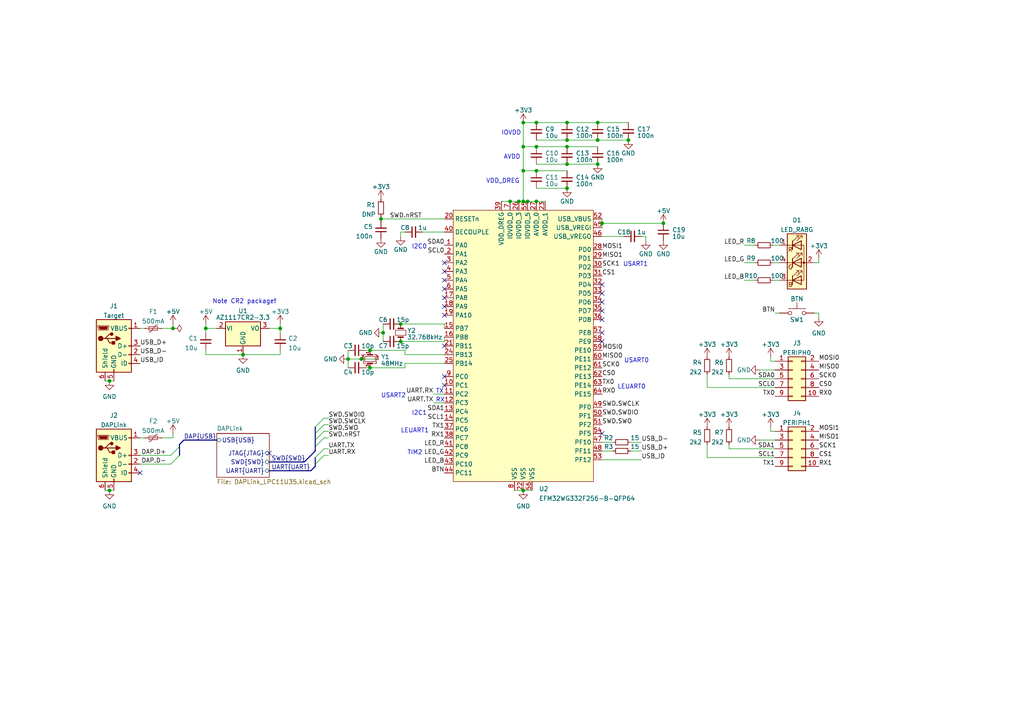
<source format=kicad_sch>
(kicad_sch (version 20230121) (generator eeschema)
  (paper "A4")
  (lib_symbols
    (symbol "Connector:USB_B_Micro" (pin_names (offset 1.016))
      (property "Reference" "J" (at -5.08 11.43 0))
      (property "Value" "USB_B_Micro" (at -5.08 8.89 0))
      (symbol "USB_B_Micro_0_1"
        (rectangle (start -5.08 -7.62) (end 5.08 7.62) (stroke (width 0.254)) (fill (type background)))
        (circle (center -3.81 2.159) (radius 0.635) (stroke (width 0.254)) (fill (type outline)))
        (circle (center -0.635 3.429) (radius 0.381) (stroke (width 0.254)) (fill (type outline)))
        (rectangle (start -0.127 -7.62) (end 0.127 -6.858))
        (polyline (pts (xy -1.905 2.159) (xy 0.635 2.159)) (stroke (width 0.254)))
        (polyline (pts (xy -3.175 2.159) (xy -2.54 2.159) (xy -1.27 3.429) (xy -0.635 3.429)) (stroke (width 0.254)))
        (polyline (pts (xy -2.54 2.159) (xy -1.905 2.159) (xy -1.27 0.889) (xy 0 0.889)) (stroke (width 0.254)))
        (polyline (pts (xy 0.635 2.794) (xy 0.635 1.524) (xy 1.905 2.159) (xy 0.635 2.794)) (stroke (width 0.254)) (fill (type outline)))
        (polyline (pts (xy -4.318 5.588) (xy -1.778 5.588) (xy -2.032 4.826) (xy -4.064 4.826) (xy -4.318 5.588)) (fill (type outline)))
        (polyline (pts (xy -4.699 5.842) (xy -4.699 5.588) (xy -4.445 4.826) (xy -4.445 4.572) (xy -1.651 4.572) (xy -1.651 4.826) (xy -1.397 5.588) (xy -1.397 5.842) (xy -4.699 5.842)))
        (rectangle (start 0.254 1.27) (end -0.508 0.508) (stroke (width 0.254)) (fill (type outline)))
        (rectangle (start 5.08 -5.207) (end 4.318 -4.953))
        (rectangle (start 5.08 -2.667) (end 4.318 -2.413))
        (rectangle (start 5.08 -0.127) (end 4.318 0.127))
        (rectangle (start 5.08 4.953) (end 4.318 5.207))
      )
      (symbol "USB_B_Micro_1_1"
        (pin power_out line (at 7.62 5.08 180) (length 2.54) (name "VBUS") (number "1"))
        (pin bidirectional line (at 7.62 -2.54 180) (length 2.54) (name "D-") (number "2"))
        (pin bidirectional line (at 7.62 0 180) (length 2.54) (name "D+") (number "3"))
        (pin passive line (at 7.62 -5.08 180) (length 2.54) (name "ID") (number "4"))
        (pin power_out line (at 0 -10.16 90) (length 2.54) (name "GND") (number "5"))
        (pin passive line (at -2.54 -10.16 90) (length 2.54) (name "Shield") (number "6"))
      )
    )
    (symbol "Connector_Generic:Conn_02x05_Odd_Even" (pin_names (offset 1.016) hide)
      (property "Reference" "J" (at 1.27 7.62 0))
      (property "Value" "Conn_02x05_Odd_Even" (at 1.27 -7.62 0))
      (symbol "Conn_02x05_Odd_Even_1_1"
        (rectangle (start -1.27 -4.953) (end 0 -5.207) (stroke (width 0.1524)))
        (rectangle (start -1.27 -2.413) (end 0 -2.667) (stroke (width 0.1524)))
        (rectangle (start -1.27 0.127) (end 0 -0.127) (stroke (width 0.1524)))
        (rectangle (start -1.27 2.667) (end 0 2.413) (stroke (width 0.1524)))
        (rectangle (start -1.27 5.207) (end 0 4.953) (stroke (width 0.1524)))
        (rectangle (start -1.27 6.35) (end 3.81 -6.35) (stroke (width 0.254)) (fill (type background)))
        (rectangle (start 3.81 -4.953) (end 2.54 -5.207) (stroke (width 0.1524)))
        (rectangle (start 3.81 -2.413) (end 2.54 -2.667) (stroke (width 0.1524)))
        (rectangle (start 3.81 0.127) (end 2.54 -0.127) (stroke (width 0.1524)))
        (rectangle (start 3.81 2.667) (end 2.54 2.413) (stroke (width 0.1524)))
        (rectangle (start 3.81 5.207) (end 2.54 4.953) (stroke (width 0.1524)))
        (pin passive line (at -5.08 5.08 0) (length 3.81) (name "Pin_1") (number "1"))
        (pin passive line (at 7.62 -5.08 180) (length 3.81) (name "Pin_10") (number "10"))
        (pin passive line (at 7.62 5.08 180) (length 3.81) (name "Pin_2") (number "2"))
        (pin passive line (at -5.08 2.54 0) (length 3.81) (name "Pin_3") (number "3"))
        (pin passive line (at 7.62 2.54 180) (length 3.81) (name "Pin_4") (number "4"))
        (pin passive line (at -5.08 0 0) (length 3.81) (name "Pin_5") (number "5"))
        (pin passive line (at 7.62 0 180) (length 3.81) (name "Pin_6") (number "6"))
        (pin passive line (at -5.08 -2.54 0) (length 3.81) (name "Pin_7") (number "7"))
        (pin passive line (at 7.62 -2.54 180) (length 3.81) (name "Pin_8") (number "8"))
        (pin passive line (at -5.08 -5.08 0) (length 3.81) (name "Pin_9") (number "9"))
      )
    )
    (symbol "Device:C_Small" (pin_numbers hide) (pin_names (offset 0.254) hide)
      (property "Reference" "C" (at 0.254 1.778 0))
      (property "Value" "C_Small" (at 0.254 -2.032 0))
      (symbol "C_Small_0_1"
        (polyline (pts (xy -1.524 -0.508) (xy 1.524 -0.508)) (stroke (width 0.3302)))
        (polyline (pts (xy -1.524 0.508) (xy 1.524 0.508)) (stroke (width 0.3048)))
      )
      (symbol "C_Small_1_1"
        (pin passive line (at 0 2.54 270) (length 2.032) (name "~") (number "1"))
        (pin passive line (at 0 -2.54 90) (length 2.032) (name "~") (number "2"))
      )
    )
    (symbol "Device:Crystal_GND24_Small" (pin_names (offset 1.016) hide)
      (property "Reference" "Y" (at 1.27 4.445 0))
      (property "Value" "Crystal_GND24_Small" (at 1.27 2.54 0))
      (symbol "Crystal_GND24_Small_0_1"
        (rectangle (start -0.762 -1.524) (end 0.762 1.524))
        (polyline (pts (xy -1.27 -0.762) (xy -1.27 0.762)) (stroke (width 0.381)))
        (polyline (pts (xy 1.27 -0.762) (xy 1.27 0.762)) (stroke (width 0.381)))
        (polyline (pts (xy -1.27 -1.27) (xy -1.27 -1.905) (xy 1.27 -1.905) (xy 1.27 -1.27)))
        (polyline (pts (xy -1.27 1.27) (xy -1.27 1.905) (xy 1.27 1.905) (xy 1.27 1.27)))
      )
      (symbol "Crystal_GND24_Small_1_1"
        (pin passive line (at -2.54 0 0) (length 1.27) (name "1") (number "1"))
        (pin passive line (at 0 -2.54 90) (length 0.635) (name "2") (number "2"))
        (pin passive line (at 2.54 0 180) (length 1.27) (name "3") (number "3"))
        (pin passive line (at 0 2.54 270) (length 0.635) (name "4") (number "4"))
      )
    )
    (symbol "Device:Crystal_Small" (pin_numbers hide) (pin_names (offset 1.016) hide)
      (property "Reference" "Y" (at 0 2.54 0))
      (property "Value" "Crystal_Small" (at 0 -2.54 0))
      (symbol "Crystal_Small_0_1"
        (rectangle (start -0.762 -1.524) (end 0.762 1.524))
        (polyline (pts (xy -1.27 -0.762) (xy -1.27 0.762)) (stroke (width 0.381)))
        (polyline (pts (xy 1.27 -0.762) (xy 1.27 0.762)) (stroke (width 0.381)))
      )
      (symbol "Crystal_Small_1_1"
        (pin passive line (at -2.54 0 0) (length 1.27) (name "1") (number "1"))
        (pin passive line (at 2.54 0 180) (length 1.27) (name "2") (number "2"))
      )
    )
    (symbol "Device:LED_RABG" (pin_names (offset 0) hide)
      (property "Reference" "D" (at 0 9.398 0))
      (property "Value" "LED_RABG" (at 0 -8.89 0))
      (symbol "LED_RABG_0_0"
        (text "B" (at -1.905 -6.35 0) (effects (font (size 1.27 1.27))))
        (text "G" (at -1.905 -1.27 0) (effects (font (size 1.27 1.27))))
        (text "R" (at -1.905 3.81 0) (effects (font (size 1.27 1.27))))
      )
      (symbol "LED_RABG_0_1"
        (polyline (pts (xy -1.27 -5.08) (xy -2.54 -5.08)))
        (polyline (pts (xy -1.27 -5.08) (xy 1.27 -5.08)))
        (polyline (pts (xy -1.27 -3.81) (xy -1.27 -6.35)) (stroke (width 0.254)))
        (polyline (pts (xy -1.27 0) (xy -2.54 0)))
        (polyline (pts (xy -1.27 1.27) (xy -1.27 -1.27)) (stroke (width 0.254)))
        (polyline (pts (xy -1.27 5.08) (xy -2.54 5.08)))
        (polyline (pts (xy -1.27 5.08) (xy 1.27 5.08)))
        (polyline (pts (xy -1.27 6.35) (xy -1.27 3.81)) (stroke (width 0.254)))
        (polyline (pts (xy 1.27 0) (xy -1.27 0)))
        (polyline (pts (xy 1.27 0) (xy 2.54 0)))
        (polyline (pts (xy -1.27 1.27) (xy -1.27 -1.27) (xy -1.27 -1.27)))
        (polyline (pts (xy -1.27 6.35) (xy -1.27 3.81) (xy -1.27 3.81)))
        (polyline (pts (xy 1.27 -5.08) (xy 2.032 -5.08) (xy 2.032 5.08) (xy 1.27 5.08)))
        (polyline (pts (xy 1.27 -3.81) (xy 1.27 -6.35) (xy -1.27 -5.08) (xy 1.27 -3.81)) (stroke (width 0.254)))
        (polyline (pts (xy 1.27 1.27) (xy 1.27 -1.27) (xy -1.27 0) (xy 1.27 1.27)) (stroke (width 0.254)))
        (polyline (pts (xy 1.27 6.35) (xy 1.27 3.81) (xy -1.27 5.08) (xy 1.27 6.35)) (stroke (width 0.254)))
        (polyline (pts (xy -1.016 -3.81) (xy 0.508 -2.286) (xy -0.254 -2.286) (xy 0.508 -2.286) (xy 0.508 -3.048)))
        (polyline (pts (xy -1.016 1.27) (xy 0.508 2.794) (xy -0.254 2.794) (xy 0.508 2.794) (xy 0.508 2.032)))
        (polyline (pts (xy -1.016 6.35) (xy 0.508 7.874) (xy -0.254 7.874) (xy 0.508 7.874) (xy 0.508 7.112)))
        (polyline (pts (xy 0 -3.81) (xy 1.524 -2.286) (xy 0.762 -2.286) (xy 1.524 -2.286) (xy 1.524 -3.048)))
        (polyline (pts (xy 0 1.27) (xy 1.524 2.794) (xy 0.762 2.794) (xy 1.524 2.794) (xy 1.524 2.032)))
        (polyline (pts (xy 0 6.35) (xy 1.524 7.874) (xy 0.762 7.874) (xy 1.524 7.874) (xy 1.524 7.112)))
        (rectangle (start 1.27 -1.27) (end 1.27 1.27))
        (rectangle (start 1.27 1.27) (end 1.27 1.27))
        (rectangle (start 1.27 3.81) (end 1.27 6.35))
        (rectangle (start 1.27 6.35) (end 1.27 6.35))
        (circle (center 2.032 0) (radius 0.254) (fill (type outline)))
        (rectangle (start 2.794 8.382) (end -2.794 -7.62) (stroke (width 0.254)) (fill (type background)))
      )
      (symbol "LED_RABG_1_1"
        (pin passive line (at -5.08 5.08 0) (length 2.54) (name "RK") (number "1"))
        (pin passive line (at 5.08 0 180) (length 2.54) (name "A") (number "2"))
        (pin passive line (at -5.08 -5.08 0) (length 2.54) (name "BK") (number "3"))
        (pin passive line (at -5.08 0 0) (length 2.54) (name "GK") (number "4"))
      )
    )
    (symbol "Device:Polyfuse_Small" (pin_numbers hide) (pin_names (offset 0))
      (property "Reference" "F" (at -1.905 0 90))
      (property "Value" "Polyfuse_Small" (at 1.905 0 90))
      (symbol "Polyfuse_Small_0_1"
        (rectangle (start -0.508 1.27) (end 0.508 -1.27))
        (polyline (pts (xy 0 2.54) (xy 0 -2.54)))
        (polyline (pts (xy -1.016 1.27) (xy -1.016 0.762) (xy 1.016 -0.762) (xy 1.016 -1.27)))
      )
      (symbol "Polyfuse_Small_1_1"
        (pin passive line (at 0 2.54 270) (length 0.635) (name "~") (number "1"))
        (pin passive line (at 0 -2.54 90) (length 0.635) (name "~") (number "2"))
      )
    )
    (symbol "Device:R_Small" (pin_numbers hide) (pin_names (offset 0.254) hide)
      (property "Reference" "R" (at 0.762 0.508 0))
      (property "Value" "R_Small" (at 0.762 -1.016 0))
      (symbol "R_Small_0_1"
        (rectangle (start -0.762 1.778) (end 0.762 -1.778) (stroke (width 0.2032)))
      )
      (symbol "R_Small_1_1"
        (pin passive line (at 0 2.54 270) (length 0.762) (name "~") (number "1"))
        (pin passive line (at 0 -2.54 90) (length 0.762) (name "~") (number "2"))
      )
    )
    (symbol "Regulator_Linear:AZ1117-3.3" (pin_names (offset 0.254))
      (property "Reference" "U?" (at 0 5.8715 0))
      (property "Value" "AZ1117CR2-3.3" (at 0 3.0964 0))
      (symbol "AZ1117-3.3_0_1"
        (rectangle (start -5.08 1.905) (end 5.08 -5.08) (stroke (width 0.254)) (fill (type background)))
      )
      (symbol "AZ1117-3.3_1_1"
        (pin power_in line (at 0 -7.62 90) (length 2.54) (name "GND") (number "1"))
        (pin power_in line (at -7.62 0 0) (length 2.54) (name "VI") (number "2"))
        (pin power_out line (at 7.62 0 180) (length 2.54) (name "VO") (number "3"))
      )
    )
    (symbol "Switch:SW_Push" (pin_numbers hide) (pin_names (offset 1.016) hide)
      (property "Reference" "SW" (at 1.27 2.54 0))
      (property "Value" "SW_Push" (at 0 -1.524 0))
      (symbol "SW_Push_0_1"
        (circle (center -2.032 0) (radius 0.508))
        (polyline (pts (xy 0 1.27) (xy 0 3.048)))
        (polyline (pts (xy 2.54 1.27) (xy -2.54 1.27)))
        (circle (center 2.032 0) (radius 0.508))
        (pin passive line (at -5.08 0 0) (length 2.54) (name "1") (number "1"))
        (pin passive line (at 5.08 0 180) (length 2.54) (name "2") (number "2"))
      )
    )
    (symbol "extraparts:EFM32WG332F256-B-QFP64"
      (property "Reference" "U" (at 0 45.72 0))
      (property "Value" "EFM32WG332F256-B-QFP64" (at 0 43.18 0))
      (symbol "EFM32WG332F256-B-QFP64_0_1"
        (rectangle (start -20.32 39.37) (end 20.32 -39.37) (stroke (width 0.1524)) (fill (type background)))
      )
      (symbol "EFM32WG332F256-B-QFP64_1_1"
        (pin bidirectional line (at -22.86 29.21 0) (length 2.54) (name "PA0") (number "1"))
        (pin bidirectional line (at -22.86 -11.43 0) (length 2.54) (name "PC1") (number "10"))
        (pin bidirectional line (at -22.86 -13.97 0) (length 2.54) (name "PC2") (number "11"))
        (pin bidirectional line (at -22.86 -16.51 0) (length 2.54) (name "PC3") (number "12"))
        (pin bidirectional line (at -22.86 -19.05 0) (length 2.54) (name "PC4") (number "13"))
        (pin bidirectional line (at -22.86 -21.59 0) (length 2.54) (name "PC5") (number "14"))
        (pin bidirectional line (at -22.86 5.08 0) (length 2.54) (name "PB7") (number "15"))
        (pin bidirectional line (at -22.86 2.54 0) (length 2.54) (name "PB8") (number "16"))
        (pin bidirectional line (at -22.86 13.97 0) (length 2.54) (name "PA8") (number "17"))
        (pin bidirectional line (at -22.86 11.43 0) (length 2.54) (name "PA9") (number "18"))
        (pin bidirectional line (at -22.86 8.89 0) (length 2.54) (name "PA10") (number "19"))
        (pin bidirectional line (at -22.86 26.67 0) (length 2.54) (name "PA1") (number "2"))
        (pin input line (at -22.86 36.83 0) (length 2.54) (name "RESETn") (number "20"))
        (pin bidirectional line (at -22.86 0 0) (length 2.54) (name "PB11") (number "21"))
        (pin power_in line (at 0 -41.91 90) (length 2.54) (name "VSS") (number "22"))
        (pin power_in line (at 6.35 41.91 270) (length 2.54) (name "AVDD_1") (number "23"))
        (pin bidirectional line (at -22.86 -2.54 0) (length 2.54) (name "PB13") (number "24"))
        (pin bidirectional line (at -22.86 -5.08 0) (length 2.54) (name "PB14") (number "25"))
        (pin power_in line (at -1.27 41.91 270) (length 2.54) (name "IOVDD_3") (number "26"))
        (pin power_in line (at 3.81 41.91 270) (length 2.54) (name "AVDD_0") (number "27"))
        (pin bidirectional line (at 22.86 27.94 180) (length 2.54) (name "PD0") (number "28"))
        (pin bidirectional line (at 22.86 25.4 180) (length 2.54) (name "PD1") (number "29"))
        (pin bidirectional line (at -22.86 24.13 0) (length 2.54) (name "PA2") (number "3"))
        (pin bidirectional line (at 22.86 22.86 180) (length 2.54) (name "PD2") (number "30"))
        (pin bidirectional line (at 22.86 20.32 180) (length 2.54) (name "PD3") (number "31"))
        (pin bidirectional line (at 22.86 17.78 180) (length 2.54) (name "PD4") (number "32"))
        (pin bidirectional line (at 22.86 15.24 180) (length 2.54) (name "PD5") (number "33"))
        (pin bidirectional line (at 22.86 12.7 180) (length 2.54) (name "PD6") (number "34"))
        (pin bidirectional line (at 22.86 10.16 180) (length 2.54) (name "PD7") (number "35"))
        (pin bidirectional line (at 22.86 7.62 180) (length 2.54) (name "PD8") (number "36"))
        (pin bidirectional line (at -22.86 -24.13 0) (length 2.54) (name "PC6") (number "37"))
        (pin bidirectional line (at -22.86 -26.67 0) (length 2.54) (name "PC7") (number "38"))
        (pin power_in line (at -6.35 41.91 270) (length 2.54) (name "VDD_DREG") (number "39"))
        (pin bidirectional line (at -22.86 21.59 0) (length 2.54) (name "PA3") (number "4"))
        (pin power_out line (at -22.86 33.02 0) (length 2.54) (name "DECOUPLE") (number "40"))
        (pin bidirectional line (at -22.86 -29.21 0) (length 2.54) (name "PC8") (number "41"))
        (pin bidirectional line (at -22.86 -31.75 0) (length 2.54) (name "PC9") (number "42"))
        (pin bidirectional line (at -22.86 -34.29 0) (length 2.54) (name "PC10") (number "43"))
        (pin bidirectional line (at -22.86 -36.83 0) (length 2.54) (name "PC11") (number "44"))
        (pin power_in line (at 22.86 34.29 180) (length 2.54) (name "USB_VREGI") (number "45"))
        (pin power_out line (at 22.86 31.75 180) (length 2.54) (name "USB_VREGO") (number "46"))
        (pin bidirectional line (at 22.86 -27.94 180) (length 2.54) (name "PF10") (number "47"))
        (pin bidirectional line (at 22.86 -30.48 180) (length 2.54) (name "PF11") (number "48"))
        (pin bidirectional line (at 22.86 -17.78 180) (length 2.54) (name "PF0") (number "49"))
        (pin bidirectional line (at -22.86 19.05 0) (length 2.54) (name "PA4") (number "5"))
        (pin bidirectional line (at 22.86 -20.32 180) (length 2.54) (name "PF1") (number "50"))
        (pin bidirectional line (at 22.86 -22.86 180) (length 2.54) (name "PF2") (number "51"))
        (pin input line (at 22.86 36.83 180) (length 2.54) (name "USB_VBUS") (number "52"))
        (pin bidirectional line (at 22.86 -33.02 180) (length 2.54) (name "PF12") (number "53"))
        (pin bidirectional line (at 22.86 -25.4 180) (length 2.54) (name "PF5") (number "54"))
        (pin power_in line (at 1.27 41.91 270) (length 2.54) (name "IOVDD_5") (number "55"))
        (pin power_in line (at 2.54 -41.91 90) (length 2.54) (name "VSS") (number "56"))
        (pin bidirectional line (at 22.86 3.81 180) (length 2.54) (name "PE8") (number "57"))
        (pin bidirectional line (at 22.86 1.27 180) (length 2.54) (name "PE9") (number "58"))
        (pin bidirectional line (at 22.86 -1.27 180) (length 2.54) (name "PE10") (number "59"))
        (pin bidirectional line (at -22.86 16.51 0) (length 2.54) (name "PA5") (number "6"))
        (pin bidirectional line (at 22.86 -3.81 180) (length 2.54) (name "PE11") (number "60"))
        (pin bidirectional line (at 22.86 -6.35 180) (length 2.54) (name "PE12") (number "61"))
        (pin bidirectional line (at 22.86 -8.89 180) (length 2.54) (name "PE13") (number "62"))
        (pin bidirectional line (at 22.86 -11.43 180) (length 2.54) (name "PE14") (number "63"))
        (pin bidirectional line (at 22.86 -13.97 180) (length 2.54) (name "PE15") (number "64"))
        (pin power_in line (at -3.81 41.91 270) (length 2.54) (name "IOVDD_0") (number "7"))
        (pin power_in line (at -2.54 -41.91 90) (length 2.54) (name "VSS") (number "8"))
        (pin bidirectional line (at -22.86 -8.89 0) (length 2.54) (name "PC0") (number "9"))
      )
    )
    (symbol "power:+3V3" (power) (pin_names (offset 0))
      (property "Value" "+3V3" (at 0 3.556 0))
      (symbol "+3V3_0_1"
        (polyline (pts (xy -0.762 1.27) (xy 0 2.54)))
        (polyline (pts (xy 0 0) (xy 0 2.54)))
        (polyline (pts (xy 0 2.54) (xy 0.762 1.27)))
      )
      (symbol "+3V3_1_1"
        (pin power_in line (at 0 0 90) (length 0) hide (name "+3V3") (number "1"))
      )
    )
    (symbol "power:+5V" (power) (pin_names (offset 0))
      (property "Value" "+5V" (at 0 3.556 0))
      (symbol "+5V_0_1"
        (polyline (pts (xy -0.762 1.27) (xy 0 2.54)))
        (polyline (pts (xy 0 0) (xy 0 2.54)))
        (polyline (pts (xy 0 2.54) (xy 0.762 1.27)))
      )
      (symbol "+5V_1_1"
        (pin power_in line (at 0 0 90) (length 0) hide (name "+5V") (number "1"))
      )
    )
    (symbol "power:GND" (power) (pin_names (offset 0))
      (property "Value" "GND" (at 0 -3.81 0))
      (symbol "GND_0_1"
        (polyline (pts (xy 0 0) (xy 0 -1.27) (xy 1.27 -1.27) (xy 0 -2.54) (xy -1.27 -1.27) (xy 0 -1.27)))
      )
      (symbol "GND_1_1"
        (pin power_in line (at 0 0 270) (length 0) hide (name "GND") (number "1"))
      )
    )
    (symbol "power:PWR_FLAG" (power) (pin_numbers hide) (pin_names (offset 0) hide)
      (property "Value" "PWR_FLAG" (at 0 3.81 0))
      (symbol "PWR_FLAG_0_0"
        (pin power_out line (at 0 0 90) (length 0) (name "pwr") (number "1"))
      )
      (symbol "PWR_FLAG_0_1"
        (polyline (pts (xy 0 0) (xy 0 1.27) (xy -1.016 1.905) (xy 0 2.54) (xy 1.016 1.905) (xy 0 1.27)))
      )
    )
  )
  (junction (at 173.355 35.56))
  (junction (at 104.775 104.14))
  (junction (at 116.205 93.98))
  (junction (at 173.355 40.64))
  (junction (at 147.955 58.42))
  (junction (at 110.49 63.5))
  (junction (at 31.75 142.24))
  (junction (at 155.575 42.545))
  (junction (at 164.465 35.56))
  (junction (at 59.69 95.25))
  (junction (at 164.465 47.625))
  (junction (at 151.765 142.24))
  (junction (at 155.575 58.42))
  (junction (at 153.035 58.42))
  (junction (at 151.765 49.53))
  (junction (at 173.355 47.625))
  (junction (at 151.765 42.545))
  (junction (at 164.465 54.61))
  (junction (at 164.465 40.64))
  (junction (at 50.165 95.25))
  (junction (at 116.205 99.06))
  (junction (at 182.245 40.64))
  (junction (at 107.315 101.6))
  (junction (at 31.75 110.49))
  (junction (at 151.765 58.42))
  (junction (at 150.495 58.42))
  (junction (at 111.125 96.52))
  (junction (at 107.315 106.68))
  (junction (at 164.465 42.545))
  (junction (at 192.405 64.77))
  (junction (at 155.575 35.56))
  (junction (at 155.575 49.53))
  (junction (at 70.485 102.87))
  (junction (at 81.28 95.25))
  (junction (at 174.625 64.77))
  (junction (at 151.765 35.56))
  (junction (at 100.965 104.14))
  (no_connect (at 78.105 131.445))
  (no_connect (at 174.625 125.73))
  (no_connect (at 128.905 109.22))
  (no_connect (at 128.905 111.76))
  (no_connect (at 128.905 76.2))
  (no_connect (at 128.905 78.74))
  (no_connect (at 128.905 81.28))
  (no_connect (at 128.905 83.82))
  (no_connect (at 128.905 86.36))
  (no_connect (at 128.905 88.9))
  (no_connect (at 128.905 100.33))
  (no_connect (at 128.905 91.44))
  (no_connect (at 40.64 137.16))
  (no_connect (at 174.625 90.17))
  (no_connect (at 174.625 92.71))
  (no_connect (at 174.625 96.52))
  (no_connect (at 174.625 99.06))
  (no_connect (at 174.625 87.63))
  (no_connect (at 174.625 85.09))
  (no_connect (at 174.625 82.55))
  (bus_entry (at 91.44 125.73) (size 2.54 -2.54))
  (bus_entry (at 91.44 129.54) (size 2.54 -2.54))
  (bus_entry (at 91.44 123.825) (size 2.54 -2.54))
  (bus_entry (at 52.07 129.54) (size -2.54 2.54))
  (bus_entry (at 91.44 132.715) (size 2.54 -2.54))
  (bus_entry (at 52.07 132.08) (size -2.54 2.54))
  (bus_entry (at 91.44 127.635) (size 2.54 -2.54))
  (bus_entry (at 91.44 134.62) (size 2.54 -2.54))
  (wire (pts (xy 46.99 127) (xy 50.165 127)))
  (wire (pts (xy 155.575 40.64) (xy 164.465 40.64)))
  (wire (pts (xy 236.22 90.805) (xy 237.49 90.805)))
  (wire (pts (xy 182.88 128.27) (xy 186.055 128.27)))
  (wire (pts (xy 182.88 130.81) (xy 186.055 130.81)))
  (bus (pts (xy 53.34 127.635) (xy 62.865 127.635)))
  (wire (pts (xy 117.475 101.6) (xy 117.475 102.87)))
  (wire (pts (xy 110.49 63.5) (xy 110.49 62.865)))
  (wire (pts (xy 164.465 40.64) (xy 173.355 40.64)))
  (wire (pts (xy 205.105 112.395) (xy 205.105 108.585)))
  (wire (pts (xy 174.625 130.81) (xy 177.8 130.81)))
  (wire (pts (xy 31.75 142.24) (xy 33.02 142.24)))
  (wire (pts (xy 111.125 93.98) (xy 111.125 96.52)))
  (wire (pts (xy 100.965 104.14) (xy 104.775 104.14)))
  (wire (pts (xy 59.69 102.87) (xy 70.485 102.87)))
  (wire (pts (xy 93.98 132.08) (xy 95.25 132.08)))
  (wire (pts (xy 149.225 142.24) (xy 151.765 142.24)))
  (wire (pts (xy 122.555 67.31) (xy 128.905 67.31)))
  (wire (pts (xy 215.9 81.28) (xy 219.075 81.28)))
  (bus (pts (xy 91.44 125.73) (xy 91.44 127.635)))
  (bus (pts (xy 91.44 127.635) (xy 91.44 129.54)))
  (wire (pts (xy 59.69 95.25) (xy 59.69 96.52)))
  (wire (pts (xy 215.9 71.12) (xy 219.075 71.12)))
  (wire (pts (xy 78.105 95.25) (xy 81.28 95.25)))
  (wire (pts (xy 31.75 110.49) (xy 33.02 110.49)))
  (wire (pts (xy 81.28 95.25) (xy 81.28 96.52)))
  (wire (pts (xy 107.315 106.68) (xy 117.475 106.68)))
  (bus (pts (xy 91.44 135.255) (xy 90.17 136.525)))
  (wire (pts (xy 93.98 121.285) (xy 95.25 121.285)))
  (wire (pts (xy 40.64 132.08) (xy 49.53 132.08)))
  (bus (pts (xy 91.44 134.62) (xy 91.44 135.255)))
  (wire (pts (xy 147.955 58.42) (xy 150.495 58.42)))
  (wire (pts (xy 151.765 42.545) (xy 151.765 49.53)))
  (bus (pts (xy 78.105 133.985) (xy 88.265 133.985)))
  (wire (pts (xy 223.52 123.825) (xy 223.52 125.095)))
  (wire (pts (xy 151.765 42.545) (xy 155.575 42.545)))
  (wire (pts (xy 110.49 63.5) (xy 110.49 64.135)))
  (wire (pts (xy 150.495 58.42) (xy 151.765 58.42)))
  (wire (pts (xy 186.055 68.58) (xy 187.325 68.58)))
  (wire (pts (xy 107.315 101.6) (xy 117.475 101.6)))
  (wire (pts (xy 155.575 49.53) (xy 164.465 49.53)))
  (wire (pts (xy 155.575 47.625) (xy 164.465 47.625)))
  (wire (pts (xy 117.475 106.68) (xy 117.475 105.41)))
  (wire (pts (xy 215.9 76.2) (xy 219.075 76.2)))
  (wire (pts (xy 174.625 128.27) (xy 177.8 128.27)))
  (wire (pts (xy 155.575 54.61) (xy 164.465 54.61)))
  (wire (pts (xy 128.905 63.5) (xy 110.49 63.5)))
  (bus (pts (xy 91.44 129.54) (xy 91.44 130.81)))
  (wire (pts (xy 111.125 96.52) (xy 111.125 99.06)))
  (wire (pts (xy 128.905 93.98) (xy 128.905 95.25)))
  (wire (pts (xy 173.355 35.56) (xy 182.245 35.56)))
  (wire (pts (xy 59.69 93.98) (xy 59.69 95.25)))
  (wire (pts (xy 223.52 125.095) (xy 224.79 125.095)))
  (wire (pts (xy 205.105 132.715) (xy 205.105 128.905)))
  (wire (pts (xy 117.475 105.41) (xy 128.905 105.41)))
  (wire (pts (xy 224.155 76.2) (xy 226.06 76.2)))
  (wire (pts (xy 46.99 95.25) (xy 50.165 95.25)))
  (wire (pts (xy 224.79 132.715) (xy 205.105 132.715)))
  (bus (pts (xy 91.44 132.715) (xy 91.44 134.62)))
  (wire (pts (xy 145.415 58.42) (xy 147.955 58.42)))
  (wire (pts (xy 30.48 110.49) (xy 31.75 110.49)))
  (wire (pts (xy 93.98 125.095) (xy 95.25 125.095)))
  (bus (pts (xy 91.44 123.825) (xy 91.44 125.73)))
  (wire (pts (xy 151.765 49.53) (xy 155.575 49.53)))
  (wire (pts (xy 223.52 103.505) (xy 223.52 104.775)))
  (wire (pts (xy 211.455 130.175) (xy 224.79 130.175)))
  (bus (pts (xy 52.07 129.54) (xy 52.07 132.08)))
  (wire (pts (xy 116.205 67.31) (xy 117.475 67.31)))
  (wire (pts (xy 81.28 102.87) (xy 81.28 101.6)))
  (wire (pts (xy 100.965 104.14) (xy 100.965 106.68)))
  (wire (pts (xy 224.155 71.12) (xy 226.06 71.12)))
  (wire (pts (xy 164.465 35.56) (xy 173.355 35.56)))
  (wire (pts (xy 40.64 134.62) (xy 49.53 134.62)))
  (wire (pts (xy 223.52 104.775) (xy 224.79 104.775)))
  (wire (pts (xy 224.155 81.28) (xy 226.06 81.28)))
  (wire (pts (xy 93.98 127) (xy 95.25 127)))
  (wire (pts (xy 173.355 40.64) (xy 182.245 40.64)))
  (wire (pts (xy 40.64 127) (xy 41.91 127)))
  (wire (pts (xy 59.69 101.6) (xy 59.69 102.87)))
  (wire (pts (xy 100.965 101.6) (xy 100.965 104.14)))
  (wire (pts (xy 151.765 35.56) (xy 155.575 35.56)))
  (wire (pts (xy 220.345 107.315) (xy 224.79 107.315)))
  (wire (pts (xy 153.035 58.42) (xy 155.575 58.42)))
  (wire (pts (xy 186.055 133.35) (xy 174.625 133.35)))
  (wire (pts (xy 237.49 90.805) (xy 237.49 92.075)))
  (wire (pts (xy 224.79 112.395) (xy 205.105 112.395)))
  (wire (pts (xy 93.98 123.19) (xy 95.25 123.19)))
  (wire (pts (xy 151.765 142.24) (xy 154.305 142.24)))
  (wire (pts (xy 151.765 35.56) (xy 151.765 42.545)))
  (wire (pts (xy 50.165 95.25) (xy 50.165 93.98)))
  (wire (pts (xy 220.345 127.635) (xy 224.79 127.635)))
  (wire (pts (xy 174.625 68.58) (xy 180.975 68.58)))
  (bus (pts (xy 78.105 136.525) (xy 90.17 136.525)))
  (wire (pts (xy 117.475 102.87) (xy 128.905 102.87)))
  (wire (pts (xy 93.98 130.175) (xy 95.25 130.175)))
  (wire (pts (xy 155.575 42.545) (xy 164.465 42.545)))
  (wire (pts (xy 40.64 95.25) (xy 41.91 95.25)))
  (wire (pts (xy 50.165 127) (xy 50.165 125.73)))
  (wire (pts (xy 125.73 116.84) (xy 128.905 116.84)))
  (wire (pts (xy 155.575 58.42) (xy 158.115 58.42)))
  (wire (pts (xy 106.045 106.68) (xy 107.315 106.68)))
  (wire (pts (xy 81.28 95.25) (xy 81.28 93.98)))
  (wire (pts (xy 224.79 90.805) (xy 226.06 90.805)))
  (bus (pts (xy 52.07 128.905) (xy 52.07 129.54)))
  (wire (pts (xy 151.765 49.53) (xy 151.765 58.42)))
  (wire (pts (xy 125.73 114.3) (xy 128.905 114.3)))
  (wire (pts (xy 211.455 128.905) (xy 211.455 130.175)))
  (wire (pts (xy 30.48 142.24) (xy 31.75 142.24)))
  (wire (pts (xy 173.355 47.625) (xy 164.465 47.625)))
  (wire (pts (xy 116.205 99.06) (xy 128.905 99.06)))
  (wire (pts (xy 106.045 101.6) (xy 107.315 101.6)))
  (wire (pts (xy 116.205 68.58) (xy 116.205 67.31)))
  (wire (pts (xy 187.325 68.58) (xy 187.325 69.85)))
  (wire (pts (xy 155.575 35.56) (xy 164.465 35.56)))
  (wire (pts (xy 104.775 104.14) (xy 109.855 104.14)))
  (wire (pts (xy 211.455 109.855) (xy 224.79 109.855)))
  (wire (pts (xy 211.455 108.585) (xy 211.455 109.855)))
  (wire (pts (xy 59.69 95.25) (xy 62.865 95.25)))
  (wire (pts (xy 164.465 42.545) (xy 173.355 42.545)))
  (wire (pts (xy 116.205 93.98) (xy 128.905 93.98)))
  (wire (pts (xy 174.625 64.77) (xy 192.405 64.77)))
  (wire (pts (xy 236.22 76.2) (xy 237.49 76.2)))
  (wire (pts (xy 174.625 63.5) (xy 174.625 64.77)))
  (wire (pts (xy 70.485 102.87) (xy 81.28 102.87)))
  (wire (pts (xy 151.765 58.42) (xy 153.035 58.42)))
  (wire (pts (xy 128.905 99.06) (xy 128.905 97.79)))
  (bus (pts (xy 53.34 127.635) (xy 52.07 128.905)))
  (bus (pts (xy 91.44 130.81) (xy 88.265 133.985)))
  (wire (pts (xy 174.625 64.77) (xy 174.625 66.04)))
  (wire (pts (xy 237.49 76.2) (xy 237.49 74.93)))
  (text "TX" (at 126.365 114.3 0) (effects (font (size 1.27 1.27)) (justify left bottom)))
  (text "I2C0" (at 119.38 72.39 0) (effects (font (size 1.27 1.27)) (justify left bottom)))
  (text "USART1" (at 187.96 77.47 0) (effects (font (size 1.27 1.27)) (justify right bottom)))
  (text "VDD_DREG" (at 140.97 53.34 0) (effects (font (size 1.27 1.27)) (justify left bottom)))
  (text "USART0" (at 180.975 105.41 0) (effects (font (size 1.27 1.27)) (justify left bottom)))
  (text "I2C1" (at 119.38 120.65 0) (effects (font (size 1.27 1.27)) (justify left bottom)))
  (text "LEUART0" (at 179.07 113.03 0) (effects (font (size 1.27 1.27)) (justify left bottom)))
  (text "USART2" (at 110.49 115.57 0) (effects (font (size 1.27 1.27)) (justify left bottom)))
  (text "TIM2" (at 118.11 132.08 0) (effects (font (size 1.27 1.27)) (justify left bottom)))
  (text "RX" (at 126.365 116.84 0) (effects (font (size 1.27 1.27)) (justify left bottom)))
  (text "LEUART1" (at 116.205 125.73 0) (effects (font (size 1.27 1.27)) (justify left bottom)))
  (text "AVDD" (at 146.05 46.355 0) (effects (font (size 1.27 1.27)) (justify left bottom)))
  (text "Note CR2 package!" (at 61.595 88.265 0) (effects (font (size 1.27 1.27)) (justify left bottom)))
  (text "IOVDD" (at 145.415 39.37 0) (effects (font (size 1.27 1.27)) (justify left bottom)))
  (label "TX0" (at 224.79 114.935 180))
  (label "LED_G" (at 215.9 76.2 180))
  (label "SDA1" (at 224.79 130.175 180))
  (label "SWD.nRST" (at 113.03 63.5 0))
  (label "UART.TX" (at 95.25 130.175 0))
  (label "MISO1" (at 237.49 127.635 0))
  (label "UART.TX" (at 125.73 116.84 180))
  (label "DAP{USB}" (at 53.34 127.635 0))
  (label "SWD.nRST" (at 95.25 127 0))
  (label "MISO0" (at 174.625 104.14 0))
  (label "SDA0" (at 224.79 109.855 180))
  (label "LED_R" (at 128.905 129.54 180))
  (label "SCL0" (at 128.905 73.66 180))
  (label "SDA0" (at 128.905 71.12 180))
  (label "BTN" (at 128.905 137.16 180))
  (label "SWD.SWO" (at 95.25 125.095 0))
  (label "TX1" (at 128.905 124.46 180))
  (label "TX0" (at 174.625 111.76 0))
  (label "MOSI1" (at 174.625 72.39 0))
  (label "RX0" (at 174.625 114.3 0))
  (label "SWD.SWDIO" (at 95.25 121.285 0))
  (label "SCL1" (at 128.905 121.92 180))
  (label "RX1" (at 237.49 135.255 0))
  (label "SWD.SWCLK" (at 95.25 123.19 0))
  (label "SCK0" (at 174.625 106.68 0))
  (label "SCL1" (at 224.79 132.715 180))
  (label "BTN" (at 224.79 90.805 180))
  (label "DAP.D-" (at 48.26 134.62 180))
  (label "SCK1" (at 237.49 130.175 0))
  (label "TX1" (at 224.79 135.255 180))
  (label "SCK0" (at 237.49 109.855 0))
  (label "LED_R" (at 215.9 71.12 180))
  (label "USB_D-" (at 40.64 102.87 0))
  (label "USB_ID" (at 40.64 105.41 0))
  (label "CS0" (at 237.49 112.395 0))
  (label "SWD{SWD}" (at 78.74 133.985 0))
  (label "DAP.D+" (at 48.26 132.08 180))
  (label "SWD.SWCLK" (at 174.625 118.11 0))
  (label "CS0" (at 174.625 109.22 0))
  (label "MISO1" (at 174.625 74.93 0))
  (label "CS1" (at 174.625 80.01 0))
  (label "UART.RX" (at 95.25 132.08 0))
  (label "USB_D+" (at 186.055 130.81 0))
  (label "SWD.SWDIO" (at 174.625 120.65 0))
  (label "SCK1" (at 174.625 77.47 0))
  (label "USB_ID" (at 186.055 133.35 0))
  (label "USB_D-" (at 186.055 128.27 0))
  (label "MISO0" (at 237.49 107.315 0))
  (label "SDA1" (at 128.905 119.38 180))
  (label "UART.RX" (at 125.73 114.3 180))
  (label "RX1" (at 128.905 127 180))
  (label "USB_D+" (at 40.64 100.33 0))
  (label "LED_B" (at 128.905 134.62 180))
  (label "RX0" (at 237.49 114.935 0))
  (label "LED_G" (at 128.905 132.08 180))
  (label "UART{UART}" (at 78.74 136.525 0))
  (label "SCL0" (at 224.79 112.395 180))
  (label "MOSI0" (at 237.49 104.775 0))
  (label "LED_B" (at 215.9 81.28 180))
  (label "CS1" (at 237.49 132.715 0))
  (label "SWD.SWO" (at 174.625 123.19 0))
  (label "MOSI1" (at 237.49 125.095 0))
  (label "MOSI0" (at 174.625 101.6 0))
  (symbol (lib_id "power:GND") (at 220.345 127.635 270) (unit 1)
    (property "Reference" "#PWR026" (effects hide))
    (property "Value" "GND" (at 217.805 127.635 90) (effects (justify right)))
  )
  (symbol (lib_id "Device:R_Small") (at 180.34 128.27 90) (unit 1)
    (property "Reference" "R2" (at 176.53 127 90))
    (property "Value" "15" (at 184.15 127 90))
    (property "Footprint" "Resistor_SMD:R_0603_1608Metric" (effects hide))
  )
  (symbol (lib_id "Device:C_Small") (at 164.465 38.1 0) (unit 1)
    (property "Reference" "C12" (at 167.005 37.465 0) (effects (justify left)))
    (property "Value" "100n" (at 167.005 39.37 0) (effects (justify left)))
    (property "Footprint" "Capacitor_SMD:C_0603_1608Metric" (effects hide))
  )
  (symbol (lib_id "Device:C_Small") (at 173.355 45.085 0) (unit 1)
    (property "Reference" "C16" (at 175.895 44.45 0) (effects (justify left)))
    (property "Value" "100n" (at 175.895 46.355 0) (effects (justify left)))
    (property "Footprint" "Capacitor_SMD:C_0603_1608Metric" (effects hide))
  )
  (symbol (lib_id "power:+3V3") (at 205.105 123.825 0) (unit 1)
    (property "Reference" "#PWR022" (effects hide))
    (property "Value" "+3V3" (at 205.105 120.2205 0))
  )
  (symbol (lib_id "Device:C_Small") (at 81.28 99.06 0) (unit 1)
    (property "Reference" "C2" (at 83.6041 98.1578 0) (effects (justify left)))
    (property "Value" "10u" (at 83.6041 100.9329 0) (effects (justify left)))
    (property "Footprint" "Capacitor_SMD:C_0805_2012Metric" (effects hide))
  )
  (symbol (lib_id "Device:C_Small") (at 155.575 45.085 0) (unit 1)
    (property "Reference" "C10" (at 158.115 44.45 0) (effects (justify left)))
    (property "Value" "10u" (at 158.115 46.355 0) (effects (justify left)))
    (property "Footprint" "Capacitor_SMD:C_0805_2012Metric" (effects hide))
  )
  (symbol (lib_id "power:+3V3") (at 151.765 35.56 0) (unit 1)
    (property "Reference" "#PWR013" (effects hide))
    (property "Value" "+3V3" (at 151.765 31.9555 0))
  )
  (symbol (lib_id "power:PWR_FLAG") (at 50.165 95.25 270) (unit 1)
    (property "Reference" "#FLG01" (effects hide))
    (property "Value" "PWR_FLAG" (effects hide))
  )
  (symbol (lib_id "power:+3V3") (at 81.28 93.98 0) (unit 1)
    (property "Reference" "#PWR07" (effects hide))
    (property "Value" "+3V3" (at 81.28 90.3755 0))
  )
  (symbol (lib_id "Device:R_Small") (at 221.615 71.12 90) (unit 1)
    (property "Reference" "R8" (at 217.805 69.85 90))
    (property "Value" "100" (at 225.425 69.85 90))
    (property "Footprint" "Resistor_SMD:R_0603_1608Metric" (effects hide))
  )
  (symbol (lib_id "Device:LED_RABG") (at 231.14 76.2 0) (unit 1)
    (property "Reference" "D1" (at 231.14 63.8515 0))
    (property "Value" "LED_RABG" (at 231.14 66.6266 0))
    (property "Footprint" "Resistor_SMD:R_Array_Convex_2x0606" (effects hide))
  )
  (symbol (lib_id "Device:R_Small") (at 180.34 130.81 90) (unit 1)
    (property "Reference" "R3" (at 176.53 129.54 90))
    (property "Value" "15" (at 184.15 129.54 90))
    (property "Footprint" "Resistor_SMD:R_0603_1608Metric" (effects hide))
  )
  (symbol (lib_id "power:+5V") (at 59.69 93.98 0) (unit 1)
    (property "Reference" "#PWR05" (effects hide))
    (property "Value" "+5V" (at 59.69 90.3755 0))
  )
  (symbol (lib_id "power:+5V") (at 50.165 93.98 0) (unit 1)
    (property "Reference" "#PWR03" (effects hide))
    (property "Value" "+5V" (at 50.165 90.3755 0))
  )
  (symbol (lib_id "power:GND") (at 116.205 68.58 0) (unit 1)
    (property "Reference" "#PWR012" (effects hide))
    (property "Value" "GND" (at 116.205 72.39 0))
  )
  (symbol (lib_id "power:+3V3") (at 205.105 103.505 0) (unit 1)
    (property "Reference" "#PWR021" (effects hide))
    (property "Value" "+3V3" (at 205.105 99.9005 0))
  )
  (symbol (lib_id "Device:C_Small") (at 59.69 99.06 0) (mirror x) (unit 1)
    (property "Reference" "C1" (at 57.366 98.1451 0) (effects (justify right)))
    (property "Value" "10u" (at 57.366 100.9202 0) (effects (justify right)))
    (property "Footprint" "Capacitor_SMD:C_0805_2012Metric" (effects hide))
  )
  (symbol (lib_id "power:GND") (at 151.765 142.24 0) (unit 1)
    (property "Reference" "#PWR014" (effects hide))
    (property "Value" "GND" (at 151.765 146.8025 0))
  )
  (symbol (lib_id "Device:C_Small") (at 192.405 67.31 0) (unit 1)
    (property "Reference" "C19" (at 194.945 66.675 0) (effects (justify left)))
    (property "Value" "10u" (at 194.945 68.58 0) (effects (justify left)))
    (property "Footprint" "Capacitor_SMD:C_0805_2012Metric" (effects hide))
  )
  (symbol (lib_id "Device:C_Small") (at 120.015 67.31 90) (mirror x) (unit 1)
    (property "Reference" "C8" (at 117.475 66.04 90))
    (property "Value" "1u" (at 122.555 66.04 90))
    (property "Footprint" "Capacitor_SMD:C_0603_1608Metric" (effects hide))
  )
  (symbol (lib_id "power:GND") (at 187.325 69.85 0) (unit 1)
    (property "Reference" "#PWR018" (effects hide))
    (property "Value" "GND" (at 187.325 73.66 0))
  )
  (symbol (lib_id "power:+5V") (at 50.165 125.73 0) (unit 1)
    (property "Reference" "#PWR04" (effects hide))
    (property "Value" "+5V" (at 50.165 122.1255 0))
  )
  (symbol (lib_id "Connector:USB_B_Micro") (at 33.02 132.08 0) (unit 1)
    (property "Reference" "J2" (at 33.02 120.4935 0))
    (property "Value" "DAPLink" (at 33.02 123.2686 0))
    (property "Footprint" "extraparts:USB_Micro-B_U254-05" (effects hide))
  )
  (symbol (lib_id "power:GND") (at 237.49 92.075 0) (unit 1)
    (property "Reference" "#PWR030" (effects hide))
    (property "Value" "GND" (at 237.49 96.6375 0))
  )
  (symbol (lib_id "power:+3V3") (at 223.52 123.825 0) (unit 1)
    (property "Reference" "#PWR028" (effects hide))
    (property "Value" "+3V3" (at 223.52 120.2205 0))
  )
  (symbol (lib_id "power:GND") (at 31.75 142.24 0) (unit 1)
    (property "Reference" "#PWR02" (effects hide))
    (property "Value" "GND" (at 31.75 146.8025 0))
  )
  (symbol (lib_id "power:+5V") (at 192.405 64.77 0) (unit 1)
    (property "Reference" "#PWR019" (effects hide))
    (property "Value" "+5V" (at 192.405 61.1655 0))
  )
  (symbol (lib_id "Device:C_Small") (at 164.465 45.085 0) (unit 1)
    (property "Reference" "C13" (at 167.005 44.45 0) (effects (justify left)))
    (property "Value" "100n" (at 167.005 46.355 0) (effects (justify left)))
    (property "Footprint" "Capacitor_SMD:C_0603_1608Metric" (effects hide))
  )
  (symbol (lib_id "Device:C_Small") (at 182.245 38.1 0) (unit 1)
    (property "Reference" "C17" (at 184.785 37.465 0) (effects (justify left)))
    (property "Value" "100n" (at 184.785 39.37 0) (effects (justify left)))
    (property "Footprint" "Capacitor_SMD:C_0603_1608Metric" (effects hide))
  )
  (symbol (lib_id "Device:C_Small") (at 155.575 52.07 0) (unit 1)
    (property "Reference" "C11" (at 158.115 51.435 0) (effects (justify left)))
    (property "Value" "10u" (at 158.115 53.34 0) (effects (justify left)))
    (property "Footprint" "Capacitor_SMD:C_0805_2012Metric" (effects hide))
  )
  (symbol (lib_id "Device:R_Small") (at 221.615 76.2 90) (unit 1)
    (property "Reference" "R9" (at 217.805 74.93 90))
    (property "Value" "100" (at 225.425 74.93 90))
    (property "Footprint" "Resistor_SMD:R_0603_1608Metric" (effects hide))
  )
  (symbol (lib_id "Device:C_Small") (at 110.49 66.675 0) (mirror x) (unit 1)
    (property "Reference" "C5" (at 108.1659 65.7601 0) (effects (justify right)))
    (property "Value" "100n" (at 108.1659 68.5352 0) (effects (justify right)))
    (property "Footprint" "Capacitor_SMD:C_0603_1608Metric" (effects hide))
  )
  (symbol (lib_id "Device:R_Small") (at 221.615 81.28 90) (unit 1)
    (property "Reference" "R10" (at 217.805 80.01 90))
    (property "Value" "100" (at 225.425 80.01 90))
    (property "Footprint" "Resistor_SMD:R_0603_1608Metric" (effects hide))
  )
  (symbol (lib_id "Device:R_Small") (at 205.105 106.045 0) (mirror x) (unit 1)
    (property "Reference" "R4" (at 203.6065 105.1365 0) (effects (justify right)))
    (property "Value" "2k2" (at 203.6065 107.9116 0) (effects (justify right)))
    (property "Footprint" "Resistor_SMD:R_0603_1608Metric" (effects hide))
  )
  (symbol (lib_id "power:GND") (at 100.965 104.14 270) (unit 1)
    (property "Reference" "#PWR08" (effects hide))
    (property "Value" "GND" (at 95.885 104.14 90))
  )
  (symbol (lib_id "power:+3V3") (at 110.49 57.785 0) (unit 1)
    (property "Reference" "#PWR09" (effects hide))
    (property "Value" "+3V3" (at 110.49 54.1805 0))
  )
  (symbol (lib_id "Connector:USB_B_Micro") (at 33.02 100.33 0) (unit 1)
    (property "Reference" "J1" (at 33.02 88.7435 0))
    (property "Value" "Target" (at 33.02 91.5186 0))
    (property "Footprint" "extraparts:USB_Micro-B_U254-05" (effects hide))
  )
  (symbol (lib_id "power:+3V3") (at 223.52 103.505 0) (unit 1)
    (property "Reference" "#PWR027" (effects hide))
    (property "Value" "+3V3" (at 223.52 99.9005 0))
  )
  (symbol (lib_id "Device:C_Small") (at 183.515 68.58 90) (mirror x) (unit 1)
    (property "Reference" "C18" (at 180.975 67.31 90))
    (property "Value" "1u" (at 186.055 67.31 90))
    (property "Footprint" "Capacitor_SMD:C_0603_1608Metric" (effects hide))
  )
  (symbol (lib_id "power:GND") (at 31.75 110.49 0) (unit 1)
    (property "Reference" "#PWR01" (effects hide))
    (property "Value" "GND" (at 31.75 115.0525 0))
  )
  (symbol (lib_id "power:GND") (at 182.245 40.64 0) (unit 1)
    (property "Reference" "#PWR017" (effects hide))
    (property "Value" "GND" (at 182.245 44.45 0))
  )
  (symbol (lib_id "Device:R_Small") (at 211.455 126.365 0) (mirror x) (unit 1)
    (property "Reference" "R7" (at 209.9565 125.4565 0) (effects (justify right)))
    (property "Value" "2k2" (at 209.9565 128.2316 0) (effects (justify right)))
    (property "Footprint" "Resistor_SMD:R_0603_1608Metric" (effects hide))
  )
  (symbol (lib_id "Device:R_Small") (at 211.455 106.045 0) (mirror x) (unit 1)
    (property "Reference" "R6" (at 209.9565 105.1365 0) (effects (justify right)))
    (property "Value" "2k2" (at 209.9565 107.9116 0) (effects (justify right)))
    (property "Footprint" "Resistor_SMD:R_0603_1608Metric" (effects hide))
  )
  (symbol (lib_id "power:GND") (at 173.355 47.625 0) (unit 1)
    (property "Reference" "#PWR016" (effects hide))
    (property "Value" "GND" (at 173.355 51.435 0))
  )
  (symbol (lib_id "Connector_Generic:Conn_02x05_Odd_Even") (at 229.87 130.175 0) (unit 1)
    (property "Reference" "J4" (at 231.14 119.8585 0))
    (property "Value" "PERIPH1" (at 231.14 122.6336 0))
    (property "Footprint" "Connector_PinHeader_1.27mm:PinHeader_2x05_P1.27mm_Vertical_SMD" (effects hide))
  )
  (symbol (lib_id "Device:Crystal_GND24_Small") (at 107.315 104.14 270) (unit 1)
    (property "Reference" "Y1" (at 111.76 103.505 90))
    (property "Value" "48MHz" (at 113.665 105.41 90))
    (property "Footprint" "Crystal:Crystal_SMD_TXC_7M-4Pin_3.2x2.5mm" (effects hide))
  )
  (symbol (lib_id "Device:C_Small") (at 103.505 101.6 270) (mirror x) (unit 1)
    (property "Reference" "C3" (at 100.965 100.33 90))
    (property "Value" "10p" (at 106.68 100.33 90))
    (property "Footprint" "Capacitor_SMD:C_0603_1608Metric" (effects hide))
  )
  (symbol (lib_id "Device:C_Small") (at 103.505 106.68 90) (unit 1)
    (property "Reference" "C4" (at 100.965 107.95 90))
    (property "Value" "10p" (at 106.68 107.95 90))
    (property "Footprint" "Capacitor_SMD:C_0603_1608Metric" (effects hide))
  )
  (symbol (lib_id "Device:C_Small") (at 173.355 38.1 0) (unit 1)
    (property "Reference" "C15" (at 175.895 37.465 0) (effects (justify left)))
    (property "Value" "100n" (at 175.895 39.37 0) (effects (justify left)))
    (property "Footprint" "Capacitor_SMD:C_0603_1608Metric" (effects hide))
  )
  (symbol (lib_id "Device:Polyfuse_Small") (at 44.45 127 90) (unit 1)
    (property "Reference" "F2" (at 44.45 122.1445 90))
    (property "Value" "500mA" (at 44.45 124.9196 90))
    (property "Footprint" "Fuse:Fuse_1206_3216Metric" (effects hide))
  )
  (symbol (lib_id "Device:Polyfuse_Small") (at 44.45 95.25 90) (unit 1)
    (property "Reference" "F1" (at 44.45 90.3945 90))
    (property "Value" "500mA" (at 44.45 93.1696 90))
    (property "Footprint" "Fuse:Fuse_1206_3216Metric" (effects hide))
  )
  (symbol (lib_id "Device:R_Small") (at 205.105 126.365 0) (mirror x) (unit 1)
    (property "Reference" "R5" (at 203.6065 125.4565 0) (effects (justify right)))
    (property "Value" "2k2" (at 203.6065 128.2316 0) (effects (justify right)))
    (property "Footprint" "Resistor_SMD:R_0603_1608Metric" (effects hide))
  )
  (symbol (lib_id "power:+3V3") (at 211.455 103.505 0) (unit 1)
    (property "Reference" "#PWR023" (effects hide))
    (property "Value" "+3V3" (at 211.455 99.9005 0))
  )
  (symbol (lib_id "power:+3V3") (at 211.455 123.825 0) (unit 1)
    (property "Reference" "#PWR024" (effects hide))
    (property "Value" "+3V3" (at 211.455 120.2205 0))
  )
  (symbol (lib_id "power:+3V3") (at 237.49 74.93 0) (unit 1)
    (property "Reference" "#PWR029" (effects hide))
    (property "Value" "+3V3" (at 237.49 71.3255 0))
  )
  (symbol (lib_id "Connector_Generic:Conn_02x05_Odd_Even") (at 229.87 109.855 0) (unit 1)
    (property "Reference" "J3" (at 231.14 99.5385 0))
    (property "Value" "PERIPH0" (at 231.14 102.3136 0))
    (property "Footprint" "Connector_PinHeader_1.27mm:PinHeader_2x05_P1.27mm_Vertical_SMD" (effects hide))
  )
  (symbol (lib_id "Device:R_Small") (at 110.49 60.325 0) (mirror x) (unit 1)
    (property "Reference" "R1" (at 108.9915 59.4165 0) (effects (justify right)))
    (property "Value" "DNP" (at 108.9915 62.1916 0) (effects (justify right)))
    (property "Footprint" "Resistor_SMD:R_0603_1608Metric" (effects hide))
  )
  (symbol (lib_id "power:GND") (at 70.485 102.87 0) (unit 1)
    (property "Reference" "#PWR06" (effects hide))
    (property "Value" "GND" (at 70.485 107.4325 0))
  )
  (symbol (lib_id "Device:Crystal_Small") (at 116.205 96.52 270) (unit 1)
    (property "Reference" "Y2" (at 119.38 95.885 90))
    (property "Value" "32.768kHz" (at 123.19 97.79 90))
    (property "Footprint" "Crystal:Crystal_SMD_MicroCrystal_CM9V-T1A-2Pin_1.6x1.0mm" (effects hide))
  )
  (symbol (lib_id "extraparts:EFM32WG332F256-B-QFP64") (at 151.765 100.33 0) (unit 1)
    (property "Reference" "U2" (at 156.3244 141.7987 0) (effects (justify left)))
    (property "Value" "EFM32WG332F256-B-QFP64" (at 156.3244 144.5738 0) (effects (justify left)))
    (property "Footprint" "Package_QFP:TQFP-64_10x10mm_P0.5mm" (effects hide))
  )
  (symbol (lib_id "power:GND") (at 192.405 69.85 0) (unit 1)
    (property "Reference" "#PWR020" (effects hide))
    (property "Value" "GND" (at 192.405 73.66 0))
  )
  (symbol (lib_id "power:GND") (at 164.465 54.61 0) (unit 1)
    (property "Reference" "#PWR015" (effects hide))
    (property "Value" "GND" (at 164.465 58.42 0))
  )
  (symbol (lib_id "Regulator_Linear:AZ1117-3.3") (at 70.485 95.25 0) (unit 1)
    (property "Reference" "U1" (at 70.485 90.17 0))
    (property "Value" "AZ1117CR2-3.3" (at 70.485 92.075 0))
    (property "Footprint" "Package_TO_SOT_SMD:SOT-89-3" (effects hide))
    (property "Datasheet" "https://www.diodes.com/assets/Datasheets/AZ1117.pdf" (effects hide))
  )
  (symbol (lib_id "Device:C_Small") (at 164.465 52.07 0) (unit 1)
    (property "Reference" "C14" (at 167.005 51.435 0) (effects (justify left)))
    (property "Value" "100n" (at 167.005 53.34 0) (effects (justify left)))
    (property "Footprint" "Capacitor_SMD:C_0603_1608Metric" (effects hide))
  )
  (symbol (lib_id "power:GND") (at 111.125 96.52 270) (unit 1)
    (property "Reference" "#PWR011" (effects hide))
    (property "Value" "GND" (at 106.045 96.52 90))
  )
  (symbol (lib_id "Device:C_Small") (at 155.575 38.1 0) (unit 1)
    (property "Reference" "C9" (at 158.115 37.465 0) (effects (justify left)))
    (property "Value" "10u" (at 158.115 39.37 0) (effects (justify left)))
    (property "Footprint" "Capacitor_SMD:C_0805_2012Metric" (effects hide))
  )
  (symbol (lib_id "power:GND") (at 110.49 69.215 0) (unit 1)
    (property "Reference" "#PWR010" (effects hide))
    (property "Value" "GND" (at 110.49 73.025 0))
  )
  (symbol (lib_id "power:GND") (at 220.345 107.315 270) (unit 1)
    (property "Reference" "#PWR025" (effects hide))
    (property "Value" "GND" (at 217.805 107.315 90) (effects (justify right)))
  )
  (symbol (lib_id "Device:C_Small") (at 113.665 93.98 90) (unit 1)
    (property "Reference" "C6" (at 111.125 92.71 90))
    (property "Value" "15p" (at 116.84 92.71 90))
    (property "Footprint" "Capacitor_SMD:C_0603_1608Metric" (effects hide))
  )
  (symbol (lib_id "Switch:SW_Push") (at 231.14 90.805 0) (unit 1)
    (property "Reference" "SW1" (at 231.14 92.71 0))
    (property "Value" "BTN" (at 231.14 86.6926 0))
    (property "Footprint" "Button_Switch_SMD:SW_SPST_PTS810" (effects hide))
  )
  (symbol (lib_id "Device:C_Small") (at 113.665 99.06 90) (mirror x) (unit 1)
    (property "Reference" "C7" (at 111.125 100.33 90))
    (property "Value" "15p" (at 116.84 100.33 90))
    (property "Footprint" "Capacitor_SMD:C_0603_1608Metric" (effects hide))
  )
  (sheet (at 62.865 125.73) (size 15.24 12.7) (stroke (width 0.1524))
    (property "Sheetname" "DAPLink" (at 62.865 125.0184 0) (effects (justify left bottom)))
    (property "Sheetfile" "DAPLink_LPC11U35.kicad_sch" (at 62.865 139.0146 0) (effects (justify left top)))
    (pin "USB{USB}" bidirectional (at 62.865 127.635 180))
    (pin "JTAG{JTAG}" bidirectional (at 78.105 131.445 0))
    (pin "SWD{SWD}" bidirectional (at 78.105 133.985 0))
    (pin "UART{UART}" bidirectional (at 78.105 136.525 0))
  )
)
</source>
